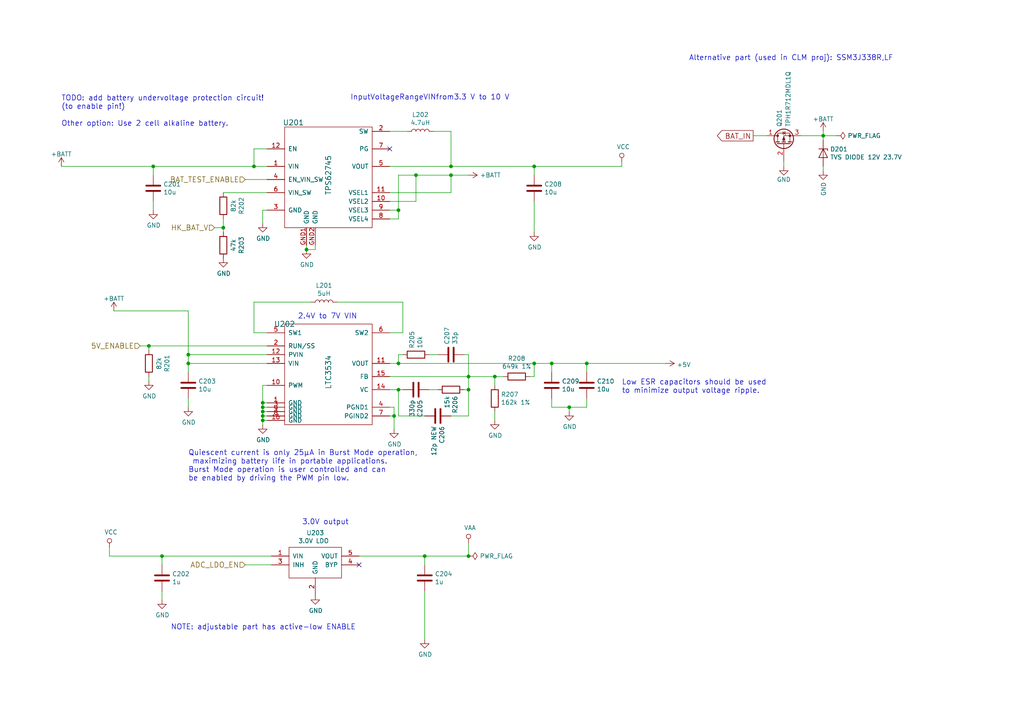
<source format=kicad_sch>
(kicad_sch (version 20211123) (generator eeschema)
  (paper "A4")
  (lib_symbols
    (symbol "Device:D_Zener" (pin_numbers hide) (pin_names (offset 1.016) hide)
      (property "Reference" "D" (at 0 2.54 0))
      (property "Value" "Device_D_Zener" (at 0 -2.54 0))
      (symbol "D_Zener_0_1"
        (polyline (pts (xy 1.27 0) (xy -1.27 0)))
        (polyline (pts (xy -1.27 -1.27) (xy -1.27 1.27) (xy -0.762 1.27)) (stroke (width 0.2032)))
        (polyline (pts (xy 1.27 -1.27) (xy 1.27 1.27) (xy -1.27 0) (xy 1.27 -1.27)) (stroke (width 0.2032)))
      )
      (symbol "D_Zener_1_1"
        (pin passive line (at -3.81 0 0) (length 2.54) (name "K") (number "1"))
        (pin passive line (at 3.81 0 180) (length 2.54) (name "A") (number "2"))
      )
    )
    (symbol "Nestbox_v2-rescue:+5V-power1" (power) (pin_names (offset 0))
      (property "Value" "+5V-power1" (at 0 3.556 0))
      (symbol "+5V-power1_0_1"
        (polyline (pts (xy -0.762 1.27) (xy 0 2.54)))
        (polyline (pts (xy 0 0) (xy 0 2.54)))
        (polyline (pts (xy 0 2.54) (xy 0.762 1.27)))
      )
      (symbol "+5V-power1_1_1"
        (pin power_in line (at 0 0 90) (length 0) hide (name "+5V") (number "1"))
      )
    )
    (symbol "Nestbox_v2-rescue:+BATT-power1" (power) (pin_names (offset 0))
      (property "Value" "+BATT-power1" (at 0 3.556 0))
      (symbol "+BATT-power1_0_1"
        (polyline (pts (xy -0.762 1.27) (xy 0 2.54)))
        (polyline (pts (xy 0 0) (xy 0 2.54)))
        (polyline (pts (xy 0 2.54) (xy 0.762 1.27)))
      )
      (symbol "+BATT-power1_1_1"
        (pin power_in line (at 0 0 90) (length 0) hide (name "+BATT") (number "1"))
      )
    )
    (symbol "Nestbox_v2-rescue:C-device" (pin_numbers hide) (pin_names (offset 0.254))
      (property "Reference" "C" (at 0.635 2.54 0))
      (property "Value" "C-device" (at 0.635 -2.54 0))
      (symbol "C-device_0_1"
        (polyline (pts (xy -2.032 -0.762) (xy 2.032 -0.762)) (stroke (width 0.508)))
        (polyline (pts (xy -2.032 0.762) (xy 2.032 0.762)) (stroke (width 0.508)))
      )
      (symbol "C-device_1_1"
        (pin passive line (at 0 3.81 270) (length 2.794) (name "~") (number "1"))
        (pin passive line (at 0 -3.81 90) (length 2.794) (name "~") (number "2"))
      )
    )
    (symbol "Nestbox_v2-rescue:GND-power1" (power) (pin_names (offset 0))
      (property "Value" "GND-power1" (at 0 -3.81 0))
      (symbol "GND-power1_0_1"
        (polyline (pts (xy 0 0) (xy 0 -1.27) (xy 1.27 -1.27) (xy 0 -2.54) (xy -1.27 -1.27) (xy 0 -1.27)))
      )
      (symbol "GND-power1_1_1"
        (pin power_in line (at 0 0 270) (length 0) hide (name "GND") (number "1"))
      )
    )
    (symbol "Nestbox_v2-rescue:L-device" (pin_numbers hide) (pin_names (offset 1.016) hide)
      (property "Reference" "L" (at -1.27 0 90))
      (property "Value" "L-device" (at 1.905 0 90))
      (symbol "L-device_0_1"
        (arc (start 0 -2.54) (mid 0.635 -1.905) (end 0 -1.27))
        (arc (start 0 -1.27) (mid 0.635 -0.635) (end 0 0))
        (arc (start 0 0) (mid 0.635 0.635) (end 0 1.27))
        (arc (start 0 1.27) (mid 0.635 1.905) (end 0 2.54))
      )
      (symbol "L-device_1_1"
        (pin passive line (at 0 3.81 270) (length 1.27) (name "1") (number "1"))
        (pin passive line (at 0 -3.81 90) (length 1.27) (name "2") (number "2"))
      )
    )
    (symbol "Nestbox_v2-rescue:LD3985M" (pin_names (offset 1.016))
      (property "Reference" "U" (at 6.35 -6.35 0))
      (property "Value" "LD3985M" (at 0 5.08 0))
      (symbol "LD3985M_0_1"
        (rectangle (start -7.62 3.81) (end 7.62 -5.08))
      )
      (symbol "LD3985M_1_1"
        (pin input line (at -12.7 1.27 0) (length 5.08) (name "VIN") (number "1"))
        (pin input line (at 0 -10.16 90) (length 5.08) (name "GND") (number "2"))
        (pin input line (at -12.7 -1.27 0) (length 5.08) (name "INH") (number "3"))
        (pin input line (at 12.7 -1.27 180) (length 5.08) (name "BYP") (number "4"))
        (pin input line (at 12.7 1.27 180) (length 5.08) (name "VOUT") (number "5"))
      )
    )
    (symbol "Nestbox_v2-rescue:LTC3534-Octanis3" (pin_names (offset 1.016))
      (property "Reference" "U" (at 0 0 0))
      (property "Value" "LTC3534-Octanis3" (at 12.7 -13.97 90))
      (symbol "LTC3534-Octanis3_0_1"
        (rectangle (start 0 0) (end 25.4 -29.21))
      )
      (symbol "LTC3534-Octanis3_1_1"
        (pin input line (at -5.08 -22.86 0) (length 5.08) (name "GND") (number "1"))
        (pin passive line (at -5.08 -17.78 0) (length 5.08) (name "PWM") (number "10"))
        (pin power_out line (at 30.48 -11.43 180) (length 5.08) (name "VOUT") (number "11"))
        (pin passive line (at -5.08 -8.89 0) (length 5.08) (name "PVIN") (number "12"))
        (pin power_in line (at -5.08 -11.43 0) (length 5.08) (name "VIN") (number "13"))
        (pin power_out line (at 30.48 -19.05 180) (length 5.08) (name "VC") (number "14"))
        (pin input line (at 30.48 -15.24 180) (length 5.08) (name "FB") (number "15"))
        (pin passive line (at -5.08 -27.94 0) (length 5.08) (name "GND") (number "16"))
        (pin input line (at -5.08 -6.35 0) (length 5.08) (name "RUN/SS") (number "2"))
        (pin passive line (at -5.08 -24.13 0) (length 5.08) (name "GND") (number "3"))
        (pin open_collector line (at 30.48 -24.13 180) (length 5.08) (name "PGND1") (number "4"))
        (pin input line (at -5.08 -2.54 0) (length 5.08) (name "SW1") (number "5"))
        (pin passive line (at 30.48 -2.54 180) (length 5.08) (name "SW2") (number "6"))
        (pin passive line (at 30.48 -26.67 180) (length 5.08) (name "PGIND2") (number "7"))
        (pin passive line (at -5.08 -26.67 0) (length 5.08) (name "GND") (number "8"))
        (pin passive line (at -5.08 -25.4 0) (length 5.08) (name "GND") (number "9"))
      )
    )
    (symbol "Nestbox_v2-rescue:Q_PMOS_DGS-device" (pin_names (offset 0) hide)
      (property "Reference" "Q" (at 5.08 1.27 0))
      (property "Value" "Q_PMOS_DGS-device" (at 5.08 -1.27 0))
      (symbol "Q_PMOS_DGS-device_0_1"
        (polyline (pts (xy 0.0508 0) (xy 0.254 0)))
        (polyline (pts (xy 0.762 -1.778) (xy 2.54 -1.778)))
        (polyline (pts (xy 0.762 -1.27) (xy 0.762 -2.286)) (stroke (width 0.254)))
        (polyline (pts (xy 0.762 0) (xy 2.54 0)))
        (polyline (pts (xy 0.762 0.508) (xy 0.762 -0.508)) (stroke (width 0.254)))
        (polyline (pts (xy 0.762 1.778) (xy 2.54 1.778)))
        (polyline (pts (xy 0.762 2.286) (xy 0.762 1.27)) (stroke (width 0.254)))
        (polyline (pts (xy 2.54 -1.778) (xy 2.54 -2.54)))
        (polyline (pts (xy 2.54 -1.778) (xy 2.54 0)))
        (polyline (pts (xy 2.54 2.54) (xy 2.54 1.778)))
        (polyline (pts (xy 0.254 1.905) (xy 0.254 -1.905) (xy 0.254 -1.905)) (stroke (width 0.254)))
        (polyline (pts (xy 2.286 0) (xy 1.27 -0.381) (xy 1.27 0.381) (xy 2.286 0)) (fill (type outline)))
        (polyline (pts (xy 2.54 -1.778) (xy 3.302 -1.778) (xy 3.302 1.778) (xy 2.54 1.778)))
        (polyline (pts (xy 2.794 -0.508) (xy 2.921 -0.381) (xy 3.683 -0.381) (xy 3.81 -0.254)))
        (polyline (pts (xy 3.302 -0.381) (xy 2.921 0.254) (xy 3.683 0.254) (xy 3.302 -0.381)))
        (circle (center 1.651 0) (radius 2.8194) (stroke (width 0.254)))
        (circle (center 2.54 -1.778) (radius 0.2794) (fill (type outline)))
        (circle (center 2.54 1.778) (radius 0.2794) (fill (type outline)))
      )
      (symbol "Q_PMOS_DGS-device_1_1"
        (pin passive line (at 2.54 5.08 270) (length 2.54) (name "D") (number "1"))
        (pin input line (at -5.08 0 0) (length 5.08) (name "G") (number "2"))
        (pin passive line (at 2.54 -5.08 90) (length 2.54) (name "S") (number "3"))
      )
    )
    (symbol "Nestbox_v2-rescue:R-device" (pin_numbers hide) (pin_names (offset 0))
      (property "Reference" "R" (at 2.032 0 90))
      (property "Value" "R-device" (at 0 0 90))
      (symbol "R-device_0_1"
        (rectangle (start -1.016 -2.54) (end 1.016 2.54) (stroke (width 0.254)))
      )
      (symbol "R-device_1_1"
        (pin passive line (at 0 3.81 270) (length 1.27) (name "~") (number "1"))
        (pin passive line (at 0 -3.81 90) (length 1.27) (name "~") (number "2"))
      )
    )
    (symbol "Nestbox_v2-rescue:TPS62745-Octanis3" (pin_names (offset 1.016))
      (property "Reference" "U" (at 0 0 0))
      (property "Value" "TPS62745-Octanis3" (at 12.7 -13.97 90))
      (symbol "TPS62745-Octanis3_0_1"
        (rectangle (start 0 0) (end 25.4 -29.21))
      )
      (symbol "TPS62745-Octanis3_1_1"
        (pin power_in line (at -5.08 -11.43 0) (length 5.08) (name "VIN") (number "1"))
        (pin input line (at 30.48 -21.59 180) (length 5.08) (name "VSEL2") (number "10"))
        (pin passive line (at 30.48 -19.05 180) (length 5.08) (name "VSEL1") (number "11"))
        (pin input line (at -5.08 -6.35 0) (length 5.08) (name "EN") (number "12"))
        (pin passive line (at 30.48 -1.27 180) (length 5.08) (name "SW") (number "2"))
        (pin passive line (at -5.08 -24.13 0) (length 5.08) (name "GND") (number "3"))
        (pin passive line (at -5.08 -15.24 0) (length 5.08) (name "EN_VIN_SW") (number "4"))
        (pin power_out line (at 30.48 -11.43 180) (length 5.08) (name "VOUT") (number "5"))
        (pin input line (at -5.08 -19.05 0) (length 5.08) (name "VIN_SW") (number "6"))
        (pin output line (at 30.48 -6.35 180) (length 5.08) (name "PG") (number "7"))
        (pin input line (at 30.48 -26.67 180) (length 5.08) (name "VSEL4") (number "8"))
        (pin input line (at 30.48 -24.13 180) (length 5.08) (name "VSEL3") (number "9"))
        (pin passive line (at 6.35 -34.29 90) (length 5.08) (name "GND") (number "GND1"))
        (pin passive line (at 8.89 -34.29 90) (length 5.08) (name "GND") (number "GND2"))
      )
    )
    (symbol "Nestbox_v2-rescue:VAA-power1" (power) (pin_names (offset 0))
      (property "Value" "VAA-power1" (at 0 3.81 0))
      (symbol "VAA-power1_0_1"
        (polyline (pts (xy 0 0) (xy 0 1.27)))
        (circle (center 0 1.905) (radius 0.635))
      )
      (symbol "VAA-power1_1_1"
        (pin power_in line (at 0 0 90) (length 0) hide (name "VAA") (number "1"))
      )
    )
    (symbol "power:GND" (power) (pin_names (offset 0))
      (property "Value" "power_GND" (at 0 -3.81 0))
      (symbol "GND_0_1"
        (polyline (pts (xy 0 0) (xy 0 -1.27) (xy 1.27 -1.27) (xy 0 -2.54) (xy -1.27 -1.27) (xy 0 -1.27)))
      )
      (symbol "GND_1_1"
        (pin power_in line (at 0 0 270) (length 0) hide (name "GND") (number "1"))
      )
    )
    (symbol "power:PWR_FLAG" (power) (pin_numbers hide) (pin_names (offset 0) hide)
      (property "Value" "power_PWR_FLAG" (at 0 3.81 0))
      (symbol "PWR_FLAG_0_0"
        (pin power_out line (at 0 0 90) (length 0) (name "pwr") (number "1"))
      )
      (symbol "PWR_FLAG_0_1"
        (polyline (pts (xy 0 0) (xy 0 1.27) (xy -1.016 1.905) (xy 0 2.54) (xy 1.016 1.905) (xy 0 1.27)))
      )
    )
    (symbol "power:VCC" (power) (pin_names (offset 0))
      (property "Value" "power_VCC" (at 0 3.81 0))
      (symbol "VCC_0_1"
        (polyline (pts (xy 0 0) (xy 0 1.27)))
        (circle (center 0 1.905) (radius 0.635))
      )
      (symbol "VCC_1_1"
        (pin power_in line (at 0 0 90) (length 0) hide (name "VCC") (number "1"))
      )
    )
  )
  (junction (at 135.89 109.22))
  (junction (at 123.19 161.29))
  (junction (at 154.94 105.41))
  (junction (at 160.02 105.41))
  (junction (at 115.57 105.41))
  (junction (at 76.2 120.65))
  (junction (at 73.66 48.26))
  (junction (at 135.89 161.29))
  (junction (at 46.99 161.29))
  (junction (at 135.89 113.03))
  (junction (at 76.2 121.92))
  (junction (at 76.2 119.38))
  (junction (at 154.94 48.26))
  (junction (at 54.61 102.87))
  (junction (at 76.2 116.84))
  (junction (at 165.1 118.11))
  (junction (at 170.18 105.41))
  (junction (at 114.3 120.65))
  (junction (at 64.77 66.04))
  (junction (at 143.51 109.22))
  (junction (at 88.9 72.39))
  (junction (at 130.81 48.26))
  (junction (at 120.65 50.8))
  (junction (at 115.57 113.03))
  (junction (at 115.57 60.96))
  (junction (at 54.61 105.41))
  (junction (at 130.81 50.8))
  (junction (at 238.76 39.37))
  (junction (at 43.18 100.33))
  (junction (at 44.45 48.26))
  (junction (at 76.2 118.11))
  (no_connect (at 113.03 43.18))
  (no_connect (at 104.14 163.83))
  (wire (pts (xy 160.02 118.11) (xy 165.1 118.11)))
  (wire (pts (xy 113.03 109.22) (xy 135.89 109.22)))
  (wire (pts (xy 113.03 58.42) (xy 120.65 58.42)))
  (wire (pts (xy 44.45 48.26) (xy 44.45 50.8)))
  (wire (pts (xy 135.89 113.03) (xy 134.62 113.03)))
  (wire (pts (xy 124.46 113.03) (xy 127 113.03)))
  (wire (pts (xy 43.18 101.6) (xy 43.18 100.33)))
  (wire (pts (xy 125.73 38.1) (xy 130.81 38.1)))
  (wire (pts (xy 123.19 171.45) (xy 123.19 185.42)))
  (wire (pts (xy 238.76 39.37) (xy 232.41 39.37)))
  (wire (pts (xy 76.2 116.84) (xy 76.2 118.11)))
  (wire (pts (xy 123.19 161.29) (xy 135.89 161.29)))
  (wire (pts (xy 77.47 111.76) (xy 76.2 111.76)))
  (wire (pts (xy 123.19 120.65) (xy 115.57 120.65)))
  (wire (pts (xy 33.02 90.17) (xy 54.61 90.17)))
  (wire (pts (xy 90.17 87.63) (xy 73.66 87.63)))
  (wire (pts (xy 44.45 48.26) (xy 73.66 48.26)))
  (wire (pts (xy 115.57 120.65) (xy 115.57 113.03)))
  (wire (pts (xy 104.14 161.29) (xy 123.19 161.29)))
  (wire (pts (xy 165.1 118.11) (xy 165.1 119.38)))
  (wire (pts (xy 180.34 46.99) (xy 180.34 48.26)))
  (wire (pts (xy 46.99 173.99) (xy 46.99 171.45)))
  (wire (pts (xy 130.81 55.88) (xy 130.81 50.8)))
  (wire (pts (xy 77.47 55.88) (xy 64.77 55.88)))
  (wire (pts (xy 130.81 50.8) (xy 135.89 50.8)))
  (wire (pts (xy 170.18 105.41) (xy 193.04 105.41)))
  (wire (pts (xy 116.84 96.52) (xy 113.03 96.52)))
  (wire (pts (xy 54.61 105.41) (xy 54.61 107.95)))
  (wire (pts (xy 113.03 105.41) (xy 115.57 105.41)))
  (wire (pts (xy 77.47 52.07) (xy 71.12 52.07)))
  (wire (pts (xy 116.84 87.63) (xy 116.84 96.52)))
  (wire (pts (xy 31.75 158.75) (xy 31.75 161.29)))
  (wire (pts (xy 54.61 102.87) (xy 54.61 105.41)))
  (wire (pts (xy 124.46 102.87) (xy 127 102.87)))
  (wire (pts (xy 64.77 66.04) (xy 64.77 67.31)))
  (wire (pts (xy 64.77 63.5) (xy 64.77 66.04)))
  (wire (pts (xy 143.51 109.22) (xy 146.05 109.22)))
  (wire (pts (xy 238.76 49.53) (xy 238.76 48.26)))
  (wire (pts (xy 135.89 113.03) (xy 135.89 120.65)))
  (wire (pts (xy 43.18 100.33) (xy 77.47 100.33)))
  (wire (pts (xy 76.2 64.77) (xy 76.2 60.96)))
  (wire (pts (xy 46.99 161.29) (xy 78.74 161.29)))
  (wire (pts (xy 238.76 38.1) (xy 238.76 39.37)))
  (wire (pts (xy 44.45 60.96) (xy 44.45 58.42)))
  (wire (pts (xy 115.57 60.96) (xy 115.57 63.5)))
  (wire (pts (xy 154.94 58.42) (xy 154.94 67.31)))
  (wire (pts (xy 113.03 113.03) (xy 115.57 113.03)))
  (wire (pts (xy 77.47 120.65) (xy 76.2 120.65)))
  (wire (pts (xy 143.51 109.22) (xy 143.51 111.76)))
  (wire (pts (xy 76.2 119.38) (xy 76.2 120.65)))
  (wire (pts (xy 115.57 50.8) (xy 120.65 50.8)))
  (wire (pts (xy 130.81 48.26) (xy 154.94 48.26)))
  (wire (pts (xy 73.66 43.18) (xy 77.47 43.18)))
  (wire (pts (xy 71.12 163.83) (xy 78.74 163.83)))
  (wire (pts (xy 115.57 105.41) (xy 115.57 102.87)))
  (wire (pts (xy 73.66 96.52) (xy 77.47 96.52)))
  (wire (pts (xy 154.94 48.26) (xy 154.94 50.8)))
  (wire (pts (xy 46.99 161.29) (xy 46.99 163.83)))
  (wire (pts (xy 115.57 63.5) (xy 113.03 63.5)))
  (wire (pts (xy 40.64 100.33) (xy 43.18 100.33)))
  (wire (pts (xy 73.66 48.26) (xy 77.47 48.26)))
  (wire (pts (xy 88.9 72.39) (xy 91.44 72.39)))
  (wire (pts (xy 222.25 39.37) (xy 218.44 39.37)))
  (wire (pts (xy 135.89 157.48) (xy 135.89 161.29)))
  (wire (pts (xy 114.3 118.11) (xy 114.3 120.65)))
  (wire (pts (xy 160.02 105.41) (xy 160.02 107.95)))
  (wire (pts (xy 118.11 38.1) (xy 113.03 38.1)))
  (wire (pts (xy 120.65 50.8) (xy 120.65 58.42)))
  (wire (pts (xy 77.47 121.92) (xy 76.2 121.92)))
  (wire (pts (xy 76.2 60.96) (xy 77.47 60.96)))
  (wire (pts (xy 77.47 118.11) (xy 76.2 118.11)))
  (wire (pts (xy 91.44 72.39) (xy 91.44 71.12)))
  (wire (pts (xy 113.03 55.88) (xy 130.81 55.88)))
  (wire (pts (xy 123.19 161.29) (xy 123.19 163.83)))
  (wire (pts (xy 135.89 102.87) (xy 134.62 102.87)))
  (wire (pts (xy 135.89 109.22) (xy 135.89 113.03)))
  (wire (pts (xy 135.89 102.87) (xy 135.89 109.22)))
  (wire (pts (xy 160.02 115.57) (xy 160.02 118.11)))
  (wire (pts (xy 54.61 118.11) (xy 54.61 115.57)))
  (wire (pts (xy 120.65 50.8) (xy 130.81 50.8)))
  (wire (pts (xy 238.76 39.37) (xy 238.76 40.64)))
  (wire (pts (xy 43.18 110.49) (xy 43.18 109.22)))
  (wire (pts (xy 114.3 120.65) (xy 114.3 124.46)))
  (wire (pts (xy 242.57 39.37) (xy 238.76 39.37)))
  (wire (pts (xy 135.89 120.65) (xy 130.81 120.65)))
  (wire (pts (xy 76.2 121.92) (xy 76.2 123.19)))
  (wire (pts (xy 115.57 60.96) (xy 115.57 50.8)))
  (wire (pts (xy 113.03 118.11) (xy 114.3 118.11)))
  (wire (pts (xy 77.47 102.87) (xy 54.61 102.87)))
  (wire (pts (xy 130.81 38.1) (xy 130.81 48.26)))
  (wire (pts (xy 154.94 109.22) (xy 153.67 109.22)))
  (wire (pts (xy 170.18 105.41) (xy 170.18 107.95)))
  (wire (pts (xy 227.33 46.99) (xy 227.33 48.26)))
  (wire (pts (xy 88.9 71.12) (xy 88.9 72.39)))
  (wire (pts (xy 154.94 109.22) (xy 154.94 105.41)))
  (wire (pts (xy 97.79 87.63) (xy 116.84 87.63)))
  (wire (pts (xy 77.47 119.38) (xy 76.2 119.38)))
  (wire (pts (xy 73.66 48.26) (xy 73.66 43.18)))
  (wire (pts (xy 143.51 119.38) (xy 143.51 121.92)))
  (wire (pts (xy 115.57 105.41) (xy 154.94 105.41)))
  (wire (pts (xy 17.78 48.26) (xy 44.45 48.26)))
  (wire (pts (xy 77.47 116.84) (xy 76.2 116.84)))
  (wire (pts (xy 76.2 111.76) (xy 76.2 116.84)))
  (wire (pts (xy 154.94 48.26) (xy 180.34 48.26)))
  (wire (pts (xy 135.89 109.22) (xy 143.51 109.22)))
  (wire (pts (xy 73.66 87.63) (xy 73.66 96.52)))
  (wire (pts (xy 64.77 66.04) (xy 62.23 66.04)))
  (wire (pts (xy 160.02 105.41) (xy 170.18 105.41)))
  (wire (pts (xy 113.03 120.65) (xy 114.3 120.65)))
  (wire (pts (xy 76.2 120.65) (xy 76.2 121.92)))
  (wire (pts (xy 154.94 105.41) (xy 160.02 105.41)))
  (wire (pts (xy 113.03 60.96) (xy 115.57 60.96)))
  (wire (pts (xy 76.2 118.11) (xy 76.2 119.38)))
  (wire (pts (xy 31.75 161.29) (xy 46.99 161.29)))
  (wire (pts (xy 54.61 90.17) (xy 54.61 102.87)))
  (wire (pts (xy 113.03 48.26) (xy 130.81 48.26)))
  (wire (pts (xy 165.1 118.11) (xy 170.18 118.11)))
  (wire (pts (xy 170.18 118.11) (xy 170.18 115.57)))
  (wire (pts (xy 115.57 102.87) (xy 116.84 102.87)))
  (wire (pts (xy 115.57 113.03) (xy 116.84 113.03)))
  (wire (pts (xy 54.61 105.41) (xy 77.47 105.41)))
  (text "InputVoltageRangeVINfrom3.3 V to 10 V" (at 101.6 29.21 0) (effects (font (size 1.524 1.524)) (justify left bottom)))
  (text "Alternative part (used in CLM proj): SSM3J338R,LF" (at 259.08 17.78 180) (effects (font (size 1.524 1.524)) (justify right bottom)))
  (text "TODO: add battery undervoltage protection circuit!\n(to enable pin!)\n\nOther option: Use 2 cell alkaline battery. " (at 17.78 36.83 0) (effects (font (size 1.524 1.524)) (justify left bottom)))
  (text "Low ESR capacitors should be used \nto minimize output voltage ripple. \n" (at 180.34 114.3 0) (effects (font (size 1.524 1.524)) (justify left bottom)))
  (text "Quiescent current is only 25μA in Burst Mode operation,\n maximizing battery life in portable applications. \nBurst Mode operation is user controlled and can \nbe enabled by driving the PWM pin low." (at 54.61 139.7 0) (effects (font (size 1.524 1.524)) (justify left bottom)))
  (text "NOTE: adjustable part has active-low ENABLE" (at 49.53 182.88 0) (effects (font (size 1.524 1.524)) (justify left bottom)))
  (text "3.0V output" (at 87.63 152.4 0) (effects (font (size 1.524 1.524)) (justify left bottom)))
  (text "2.4V to 7V VIN" (at 86.36 92.71 0) (effects (font (size 1.524 1.524)) (justify left bottom)))
  (global_label "BAT_IN" (shape output) (at 218.44 39.37 180) (effects (font (size 1.524 1.524))) (property "Intersheet References" "${INTERSHEET_REFS}" (effects hide)))
  (hierarchical_label "5V_ENABLE" (shape input) (at 40.64 100.33 180) (effects (font (size 1.524 1.524))))
  (hierarchical_label "ADC_LDO_EN" (shape input) (at 71.12 163.83 180) (effects (font (size 1.524 1.524))))
  (hierarchical_label "BAT_TEST_ENABLE" (shape input) (at 71.12 52.07 180) (effects (font (size 1.524 1.524))))
  (hierarchical_label "HK_BAT_V" (shape input) (at 62.23 66.04 180) (effects (font (size 1.524 1.524))))
  (symbol (lib_id "Nestbox_v2-rescue:L-device") (at 93.98 87.63 90) (unit 1)
    (property "Reference" "L201" (at 93.98 82.804 90))
    (property "Value" "5uH" (at 93.98 85.1154 90))
    (property "Footprint" "Inductor_SMD:L_Taiyo-Yuden_NR-60xx_HandSoldering" (effects hide))
    (property "MPN" "MSS7341-502NLD" (effects hide))
  )
  (symbol (lib_id "Nestbox_v2-rescue:GND-power1") (at 76.2 64.77 0) (unit 1)
    (property "Reference" "#PWR0210" (effects hide))
    (property "Value" "GND" (at 76.327 69.1642 0))
  )
  (symbol (lib_id "Nestbox_v2-rescue:C-device") (at 44.45 54.61 0) (unit 1)
    (property "Reference" "C201" (at 47.371 53.4416 0) (effects (justify left)))
    (property "Value" "10u" (at 47.371 55.753 0) (effects (justify left)))
    (property "Footprint" "Capacitor_SMD:C_0805_2012Metric" (effects hide))
  )
  (symbol (lib_id "Nestbox_v2-rescue:GND-power1") (at 44.45 60.96 0) (unit 1)
    (property "Reference" "#PWR0205" (effects hide))
    (property "Value" "GND" (at 44.577 65.3542 0))
  )
  (symbol (lib_id "Nestbox_v2-rescue:L-device") (at 121.92 38.1 90) (unit 1)
    (property "Reference" "L202" (at 121.92 33.274 90))
    (property "Value" "4.7uH" (at 121.92 35.5854 90))
    (property "Footprint" "Inductor_SMD:L_1008_2520Metric" (effects hide))
    (property "MPN" "DFE252010P-4R7M=P2" (effects hide))
  )
  (symbol (lib_id "Nestbox_v2-rescue:GND-power1") (at 76.2 123.19 0) (unit 1)
    (property "Reference" "#PWR0211" (effects hide))
    (property "Value" "GND" (at 76.327 127.5842 0))
  )
  (symbol (lib_id "Nestbox_v2-rescue:C-device") (at 54.61 111.76 0) (unit 1)
    (property "Reference" "C203" (at 57.531 110.5916 0) (effects (justify left)))
    (property "Value" "10u" (at 57.531 112.903 0) (effects (justify left)))
    (property "Footprint" "Capacitor_SMD:C_0805_2012Metric" (effects hide))
  )
  (symbol (lib_id "Nestbox_v2-rescue:GND-power1") (at 54.61 118.11 0) (unit 1)
    (property "Reference" "#PWR0207" (effects hide))
    (property "Value" "GND" (at 54.737 122.5042 0))
  )
  (symbol (lib_id "Nestbox_v2-rescue:+5V-power1") (at 193.04 105.41 270) (unit 1)
    (property "Reference" "#PWR0223" (effects hide))
    (property "Value" "+5V" (at 196.2912 105.791 90) (effects (justify left)))
  )
  (symbol (lib_id "Nestbox_v2-rescue:R-device") (at 149.86 109.22 270) (unit 1)
    (property "Reference" "R208" (at 149.86 103.9622 90))
    (property "Value" "649k 1%" (at 149.86 106.2736 90))
    (property "Footprint" "Resistor_SMD:R_0603_1608Metric" (effects hide))
  )
  (symbol (lib_id "Nestbox_v2-rescue:R-device") (at 143.51 115.57 180) (unit 1)
    (property "Reference" "R207" (at 145.288 114.4016 0) (effects (justify right)))
    (property "Value" "162k 1%" (at 145.288 116.713 0) (effects (justify right)))
    (property "Footprint" "Resistor_SMD:R_0603_1608Metric" (effects hide))
  )
  (symbol (lib_id "Nestbox_v2-rescue:C-device") (at 160.02 111.76 0) (unit 1)
    (property "Reference" "C209" (at 162.941 110.5916 0) (effects (justify left)))
    (property "Value" "10u" (at 162.941 112.903 0) (effects (justify left)))
    (property "Footprint" "Capacitor_SMD:C_0805_2012Metric" (effects hide))
  )
  (symbol (lib_id "Nestbox_v2-rescue:C-device") (at 170.18 111.76 0) (unit 1)
    (property "Reference" "C210" (at 173.101 110.5916 0) (effects (justify left)))
    (property "Value" "10u" (at 173.101 112.903 0) (effects (justify left)))
    (property "Footprint" "Capacitor_SMD:C_0805_2012Metric" (effects hide))
  )
  (symbol (lib_id "Nestbox_v2-rescue:GND-power1") (at 165.1 119.38 0) (unit 1)
    (property "Reference" "#PWR0221" (effects hide))
    (property "Value" "GND" (at 165.227 123.7742 0))
  )
  (symbol (lib_id "Nestbox_v2-rescue:GND-power1") (at 143.51 121.92 0) (unit 1)
    (property "Reference" "#PWR0219" (effects hide))
    (property "Value" "GND" (at 143.637 126.3142 0))
  )
  (symbol (lib_id "Nestbox_v2-rescue:C-device") (at 154.94 54.61 0) (unit 1)
    (property "Reference" "C208" (at 157.861 53.4416 0) (effects (justify left)))
    (property "Value" "10u" (at 157.861 55.753 0) (effects (justify left)))
    (property "Footprint" "Capacitor_SMD:C_0805_2012Metric" (effects hide))
  )
  (symbol (lib_id "Nestbox_v2-rescue:GND-power1") (at 154.94 67.31 0) (unit 1)
    (property "Reference" "#PWR0220" (effects hide))
    (property "Value" "GND" (at 155.067 71.7042 0))
  )
  (symbol (lib_id "Nestbox_v2-rescue:GND-power1") (at 227.33 48.26 0) (unit 1)
    (property "Reference" "#PWR0224" (effects hide))
    (property "Value" "GND" (at 227.33 52.07 0))
  )
  (symbol (lib_id "Nestbox_v2-rescue:LD3985M") (at 91.44 162.56 0) (unit 1)
    (property "Reference" "U203" (at 91.44 154.559 0))
    (property "Value" "3.0V LDO " (at 91.44 156.8704 0))
    (property "Footprint" "Package_TO_SOT_SMD:SOT-23-5" (effects hide))
    (property "MPN" "TPS70630DBVR" (effects hide))
    (property "MPN2" "TPS7A20" (effects hide))
    (property "MPN-adj" "TPS76201QDBVRQ1 " (effects hide))
  )
  (symbol (lib_id "Nestbox_v2-rescue:GND-power1") (at 91.44 172.72 0) (unit 1)
    (property "Reference" "#PWR0214" (effects hide))
    (property "Value" "GND" (at 91.567 177.1142 0))
  )
  (symbol (lib_id "Nestbox_v2-rescue:VAA-power1") (at 135.89 157.48 0) (unit 1)
    (property "Reference" "#PWR0218" (effects hide))
    (property "Value" "VAA" (at 136.3218 153.0858 0))
  )
  (symbol (lib_id "Nestbox_v2-rescue:TPS62745-Octanis3") (at 82.55 36.83 0) (unit 1)
    (property "Reference" "U201" (at 85.09 35.56 0) (effects (font (size 1.524 1.524))))
    (property "Value" "TPS62745" (at 95.25 50.8 90) (effects (font (size 1.524 1.524))))
    (property "Footprint" "lib_fp:WSON_3x2mm_12pin" (effects hide))
    (property "MPN" "TPS62745DSSR" (effects hide))
  )
  (symbol (lib_id "Nestbox_v2-rescue:+BATT-power1") (at 17.78 48.26 0) (unit 1)
    (property "Reference" "#PWR0201" (effects hide))
    (property "Value" "+BATT" (at 17.78 44.704 0))
  )
  (symbol (lib_id "Nestbox_v2-rescue:+BATT-power1") (at 33.02 90.17 0) (unit 1)
    (property "Reference" "#PWR0203" (effects hide))
    (property "Value" "+BATT" (at 33.02 86.614 0))
  )
  (symbol (lib_id "Nestbox_v2-rescue:R-device") (at 64.77 59.69 180) (unit 1)
    (property "Reference" "R202" (at 70.0278 59.69 90))
    (property "Value" "82k" (at 67.7164 59.69 90))
    (property "Footprint" "Resistor_SMD:R_0603_1608Metric" (effects hide))
  )
  (symbol (lib_id "Nestbox_v2-rescue:R-device") (at 64.77 71.12 180) (unit 1)
    (property "Reference" "R203" (at 70.0278 71.12 90))
    (property "Value" "47k" (at 67.7164 71.12 90))
    (property "Footprint" "Resistor_SMD:R_0603_1608Metric" (effects hide))
  )
  (symbol (lib_id "Nestbox_v2-rescue:GND-power1") (at 64.77 74.93 0) (unit 1)
    (property "Reference" "#PWR0209" (effects hide))
    (property "Value" "GND" (at 64.897 79.3242 0))
  )
  (symbol (lib_id "Nestbox_v2-rescue:C-device") (at 46.99 167.64 0) (unit 1)
    (property "Reference" "C202" (at 49.911 166.4716 0) (effects (justify left)))
    (property "Value" "1u" (at 49.911 168.783 0) (effects (justify left)))
    (property "Footprint" "Capacitor_SMD:C_0603_1608Metric" (effects hide))
  )
  (symbol (lib_id "Nestbox_v2-rescue:GND-power1") (at 46.99 173.99 0) (unit 1)
    (property "Reference" "#PWR0206" (effects hide))
    (property "Value" "GND" (at 47.117 178.3842 0))
  )
  (symbol (lib_id "Nestbox_v2-rescue:C-device") (at 123.19 167.64 0) (unit 1)
    (property "Reference" "C204" (at 126.111 166.4716 0) (effects (justify left)))
    (property "Value" "1u" (at 126.111 168.783 0) (effects (justify left)))
    (property "Footprint" "Capacitor_SMD:C_0603_1608Metric" (effects hide))
  )
  (symbol (lib_id "Nestbox_v2-rescue:GND-power1") (at 123.19 185.42 0) (unit 1)
    (property "Reference" "#PWR0215" (effects hide))
    (property "Value" "GND" (at 123.317 189.8142 0))
  )
  (symbol (lib_id "Nestbox_v2-rescue:+BATT-power1") (at 238.76 38.1 0) (unit 1)
    (property "Reference" "#PWR0225" (effects hide))
    (property "Value" "+BATT" (at 238.76 34.544 0))
  )
  (symbol (lib_id "Nestbox_v2-rescue:LTC3534-Octanis3") (at 82.55 93.98 0) (unit 1)
    (property "Reference" "U202" (at 82.55 93.98 0) (effects (font (size 1.524 1.524))))
    (property "Value" "LTC3534" (at 95.25 107.95 90) (effects (font (size 1.524 1.524))))
    (property "Footprint" "Package_SO:SSOP-16_3.9x4.9mm_P0.635mm" (effects hide))
    (property "MPN" "LTC3534EGN#PBF" (effects hide))
  )
  (symbol (lib_id "Nestbox_v2-rescue:R-device") (at 120.65 102.87 270) (unit 1)
    (property "Reference" "R205" (at 119.4816 101.092 0) (effects (justify right)))
    (property "Value" "10k" (at 121.793 101.092 0) (effects (justify right)))
    (property "Footprint" "Resistor_SMD:R_0603_1608Metric" (effects hide))
  )
  (symbol (lib_id "Nestbox_v2-rescue:C-device") (at 130.81 102.87 90) (unit 1)
    (property "Reference" "C207" (at 129.6416 99.949 0) (effects (justify left)))
    (property "Value" "33p" (at 131.953 99.949 0) (effects (justify left)))
    (property "Footprint" "Capacitor_SMD:C_0603_1608Metric" (effects hide))
  )
  (symbol (lib_id "Nestbox_v2-rescue:R-device") (at 130.81 113.03 90) (unit 1)
    (property "Reference" "R206" (at 131.9784 114.808 0) (effects (justify right)))
    (property "Value" "15k" (at 129.667 114.808 0) (effects (justify right)))
    (property "Footprint" "Resistor_SMD:R_0603_1608Metric" (effects hide))
  )
  (symbol (lib_id "Nestbox_v2-rescue:C-device") (at 120.65 113.03 270) (unit 1)
    (property "Reference" "C205" (at 121.8184 115.951 0) (effects (justify left)))
    (property "Value" "330p" (at 119.507 115.951 0) (effects (justify left)))
    (property "Footprint" "Capacitor_SMD:C_0603_1608Metric" (effects hide))
  )
  (symbol (lib_id "Nestbox_v2-rescue:C-device") (at 127 120.65 270) (unit 1)
    (property "Reference" "C206" (at 128.1684 123.571 0) (effects (justify left)))
    (property "Value" "12p NEW" (at 125.857 123.571 0) (effects (justify left)))
    (property "Footprint" "Capacitor_SMD:C_0603_1608Metric" (effects hide))
  )
  (symbol (lib_id "Nestbox_v2-rescue:GND-power1") (at 114.3 124.46 0) (unit 1)
    (property "Reference" "#PWR0216" (effects hide))
    (property "Value" "GND" (at 114.427 128.8542 0))
  )
  (symbol (lib_id "Nestbox_v2-rescue:+BATT-power1") (at 135.89 50.8 270) (unit 1)
    (property "Reference" "#PWR0217" (effects hide))
    (property "Value" "+BATT" (at 142.24 50.8 90))
  )
  (symbol (lib_id "Nestbox_v2-rescue:GND-power1") (at 88.9 72.39 0) (unit 1)
    (property "Reference" "#PWR0213" (effects hide))
    (property "Value" "GND" (at 89.027 76.7842 0))
  )
  (symbol (lib_id "Nestbox_v2-rescue:Q_PMOS_DGS-device") (at 227.33 41.91 90) (unit 1)
    (property "Reference" "Q201" (at 226.06 36.83 0) (effects (justify left)))
    (property "Value" "TPH1R712MDL1Q" (at 228.6 36.83 0) (effects (justify left)))
    (property "Footprint" "lib_fp:TDSON-8-1_HandSoldering" (effects hide))
    (property "MPN" "TPH1R712MD,L1Q" (effects hide))
  )
  (symbol (lib_id "Nestbox_v2-rescue:R-device") (at 43.18 105.41 180) (unit 1)
    (property "Reference" "R201" (at 48.4378 105.41 90))
    (property "Value" "82k" (at 46.1264 105.41 90))
    (property "Footprint" "Resistor_SMD:R_0603_1608Metric" (effects hide))
  )
  (symbol (lib_id "Nestbox_v2-rescue:GND-power1") (at 43.18 110.49 0) (unit 1)
    (property "Reference" "#PWR0204" (effects hide))
    (property "Value" "GND" (at 43.307 114.8842 0))
  )
  (symbol (lib_id "power:VCC") (at 31.75 158.75 0) (unit 1)
    (property "Reference" "#PWR0202" (effects hide))
    (property "Value" "VCC" (at 32.1818 154.3558 0))
  )
  (symbol (lib_id "power:VCC") (at 180.34 46.99 0) (unit 1)
    (property "Reference" "#PWR0222" (effects hide))
    (property "Value" "VCC" (at 180.7718 42.5958 0))
  )
  (symbol (lib_id "power:PWR_FLAG") (at 135.89 161.29 270) (unit 1)
    (property "Reference" "#FLG0202" (effects hide))
    (property "Value" "PWR_FLAG" (at 139.1412 161.29 90) (effects (justify left)))
  )
  (symbol (lib_id "power:PWR_FLAG") (at 242.57 39.37 270) (unit 1)
    (property "Reference" "#FLG0204" (effects hide))
    (property "Value" "PWR_FLAG" (at 245.8212 39.37 90) (effects (justify left)))
  )
  (symbol (lib_id "Device:D_Zener") (at 238.76 44.45 270) (unit 1)
    (property "Reference" "D201" (at 240.7666 43.2816 90) (effects (justify left)))
    (property "Value" "TVS DIODE 12V 23.7V" (at 240.7666 45.593 90) (effects (justify left)))
    (property "Footprint" "Diode_SMD:D_0402_1005Metric" (effects hide))
    (property "MPN" "ESD9X12ST5G" (effects hide))
  )
  (symbol (lib_id "power:GND") (at 238.76 49.53 0) (unit 1)
    (property "Reference" "#PWR0104" (effects hide))
    (property "Value" "GND" (at 238.887 52.7812 90) (effects (justify right)))
  )
)
</source>
